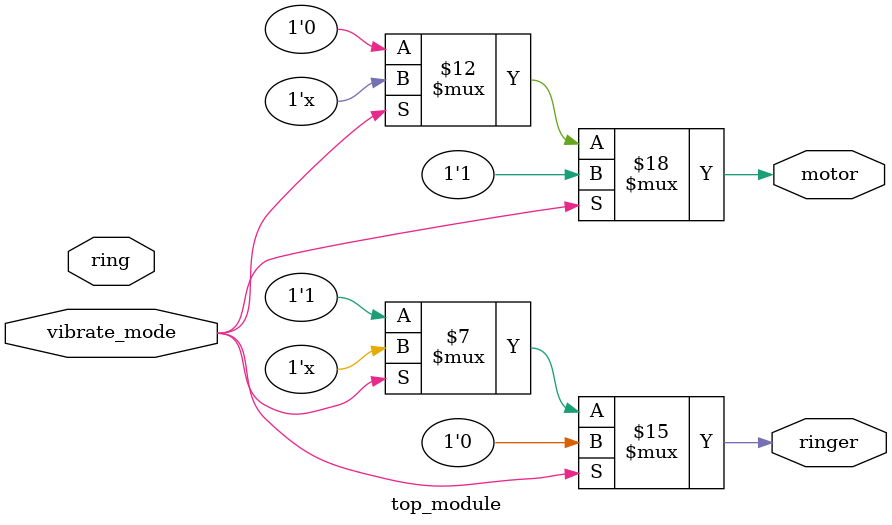
<source format=sv>
module top_module(
    input wire ring, 
    input wire vibrate_mode,
    output reg ringer,
    output reg motor
);

always @(*) begin
    if (vibrate_mode == 1) begin
        motor = 1;
        ringer = 0;
    end else if (ring == 1) begin
        motor = 0;
        ringer = 1;
    end else begin
        motor = 0;
        ringer = 1;
    end
end

endmodule

</source>
